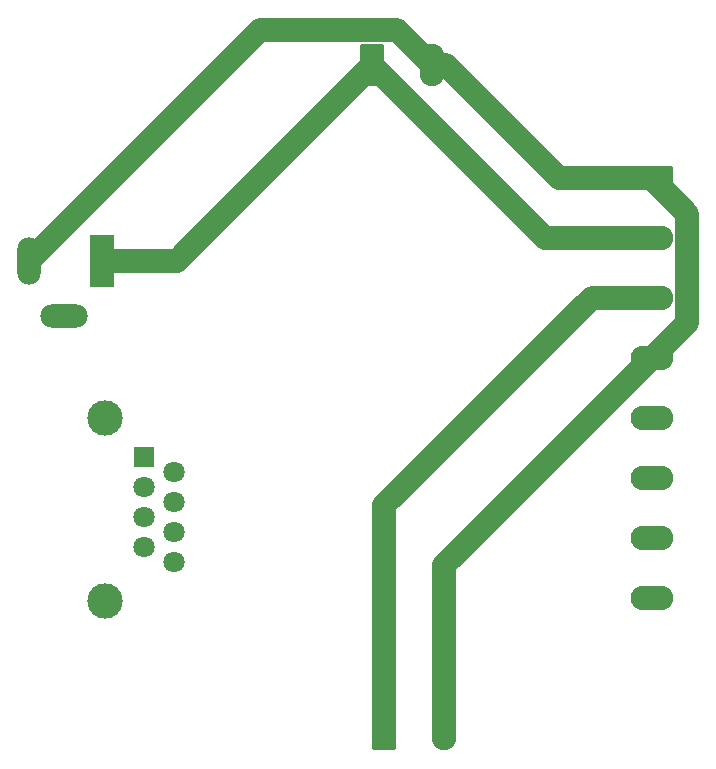
<source format=gbr>
%TF.GenerationSoftware,KiCad,Pcbnew,8.0.6*%
%TF.CreationDate,2025-02-19T13:51:36-05:00*%
%TF.ProjectId,HB-IC,48422d49-432e-46b6-9963-61645f706362,rev?*%
%TF.SameCoordinates,Original*%
%TF.FileFunction,Copper,L2,Bot*%
%TF.FilePolarity,Positive*%
%FSLAX46Y46*%
G04 Gerber Fmt 4.6, Leading zero omitted, Abs format (unit mm)*
G04 Created by KiCad (PCBNEW 8.0.6) date 2025-02-19 13:51:36*
%MOMM*%
%LPD*%
G01*
G04 APERTURE LIST*
G04 Aperture macros list*
%AMRoundRect*
0 Rectangle with rounded corners*
0 $1 Rounding radius*
0 $2 $3 $4 $5 $6 $7 $8 $9 X,Y pos of 4 corners*
0 Add a 4 corners polygon primitive as box body*
4,1,4,$2,$3,$4,$5,$6,$7,$8,$9,$2,$3,0*
0 Add four circle primitives for the rounded corners*
1,1,$1+$1,$2,$3*
1,1,$1+$1,$4,$5*
1,1,$1+$1,$6,$7*
1,1,$1+$1,$8,$9*
0 Add four rect primitives between the rounded corners*
20,1,$1+$1,$2,$3,$4,$5,0*
20,1,$1+$1,$4,$5,$6,$7,0*
20,1,$1+$1,$6,$7,$8,$9,0*
20,1,$1+$1,$8,$9,$2,$3,0*%
G04 Aperture macros list end*
%TA.AperFunction,ComponentPad*%
%ADD10RoundRect,0.249999X-0.790001X-1.550001X0.790001X-1.550001X0.790001X1.550001X-0.790001X1.550001X0*%
%TD*%
%TA.AperFunction,ComponentPad*%
%ADD11O,2.080000X3.600000*%
%TD*%
%TA.AperFunction,ComponentPad*%
%ADD12RoundRect,0.249999X-1.550001X0.790001X-1.550001X-0.790001X1.550001X-0.790001X1.550001X0.790001X0*%
%TD*%
%TA.AperFunction,ComponentPad*%
%ADD13O,3.600000X2.080000*%
%TD*%
%TA.AperFunction,ComponentPad*%
%ADD14R,2.000000X4.500000*%
%TD*%
%TA.AperFunction,ComponentPad*%
%ADD15O,2.000000X4.000000*%
%TD*%
%TA.AperFunction,ComponentPad*%
%ADD16O,4.000000X2.000000*%
%TD*%
%TA.AperFunction,ComponentPad*%
%ADD17R,1.800000X1.800000*%
%TD*%
%TA.AperFunction,ComponentPad*%
%ADD18C,1.800000*%
%TD*%
%TA.AperFunction,ComponentPad*%
%ADD19C,3.000000*%
%TD*%
%TA.AperFunction,Conductor*%
%ADD20C,2.000000*%
%TD*%
G04 APERTURE END LIST*
D10*
%TO.P,J4,1,Pin_1*%
%TO.N,V-Bat*%
X94020000Y-54570000D03*
D11*
%TO.P,J4,2,Pin_2*%
%TO.N,GND*%
X99100000Y-54570000D03*
%TD*%
D12*
%TO.P,J5,1,Pin_1*%
%TO.N,GND*%
X117660000Y-64140000D03*
D13*
%TO.P,J5,2,Pin_2*%
%TO.N,V-Bat*%
X117660000Y-69220000D03*
%TO.P,J5,3,Pin_3*%
%TO.N,V+*%
X117660000Y-74300000D03*
%TO.P,J5,4,Pin_4*%
%TO.N,GND*%
X117660000Y-79380000D03*
%TO.P,J5,5,Pin_5*%
%TO.N,RX-*%
X117660000Y-84460000D03*
%TO.P,J5,6,Pin_6*%
%TO.N,RX+*%
X117660000Y-89540000D03*
%TO.P,J5,7,Pin_7*%
%TO.N,TX-*%
X117660000Y-94620000D03*
%TO.P,J5,8,Pin_8*%
%TO.N,TX+*%
X117660000Y-99700000D03*
%TD*%
D10*
%TO.P,J3,1,Pin_1*%
%TO.N,V+*%
X95050000Y-110820000D03*
D11*
%TO.P,J3,2,Pin_2*%
%TO.N,GND*%
X100130000Y-110820000D03*
%TD*%
D14*
%TO.P,J2,1*%
%TO.N,V-Bat*%
X71140000Y-71130000D03*
D15*
%TO.P,J2,2*%
%TO.N,GND*%
X64940000Y-71130000D03*
D16*
%TO.P,J2,3*%
%TO.N,unconnected-(J2-Pad3)*%
X67940000Y-75830000D03*
%TD*%
D17*
%TO.P,J1,1*%
%TO.N,TX+*%
X74715000Y-87795000D03*
D18*
%TO.P,J1,2*%
%TO.N,TX-*%
X77255000Y-89065000D03*
%TO.P,J1,3*%
%TO.N,RX+*%
X74715000Y-90335000D03*
%TO.P,J1,4*%
%TO.N,unconnected-(J1-Pad4)*%
X77255000Y-91605000D03*
%TO.P,J1,5*%
%TO.N,unconnected-(J1-Pad5)*%
X74715000Y-92875000D03*
%TO.P,J1,6*%
%TO.N,RX-*%
X77255000Y-94145000D03*
%TO.P,J1,7*%
%TO.N,unconnected-(J1-Pad7)*%
X74715000Y-95415000D03*
%TO.P,J1,8*%
%TO.N,unconnected-(J1-Pad8)*%
X77255000Y-96685000D03*
D19*
%TO.P,J1,SH*%
%TO.N,unconnected-(J1-PadSH)*%
X71415000Y-84495000D03*
X71415000Y-99985000D03*
%TD*%
D20*
%TO.N,GND*%
X120660000Y-67140000D02*
X117660000Y-64140000D01*
X120660000Y-76380000D02*
X120660000Y-67140000D01*
X117660000Y-79380000D02*
X120660000Y-76380000D01*
%TO.N,V+*%
X112580000Y-74300000D02*
X95050000Y-91830000D01*
X117660000Y-74300000D02*
X112580000Y-74300000D01*
%TO.N,V-Bat*%
X108670000Y-69220000D02*
X117660000Y-69220000D01*
X94020000Y-54570000D02*
X108670000Y-69220000D01*
%TO.N,GND*%
X109840000Y-64140000D02*
X117660000Y-64140000D01*
X100270000Y-54570000D02*
X109840000Y-64140000D01*
X99100000Y-54570000D02*
X100270000Y-54570000D01*
X100130000Y-96910000D02*
X100130000Y-110820000D01*
X117660000Y-79380000D02*
X100130000Y-96910000D01*
%TO.N,V+*%
X95050000Y-110820000D02*
X95050000Y-91830000D01*
%TO.N,V-Bat*%
X77460000Y-71130000D02*
X94020000Y-54570000D01*
X71140000Y-71130000D02*
X77460000Y-71130000D01*
%TO.N,GND*%
X64940000Y-71130000D02*
X84500000Y-51570000D01*
X96100000Y-51570000D02*
X99100000Y-54570000D01*
X84500000Y-51570000D02*
X96100000Y-51570000D01*
%TD*%
M02*

</source>
